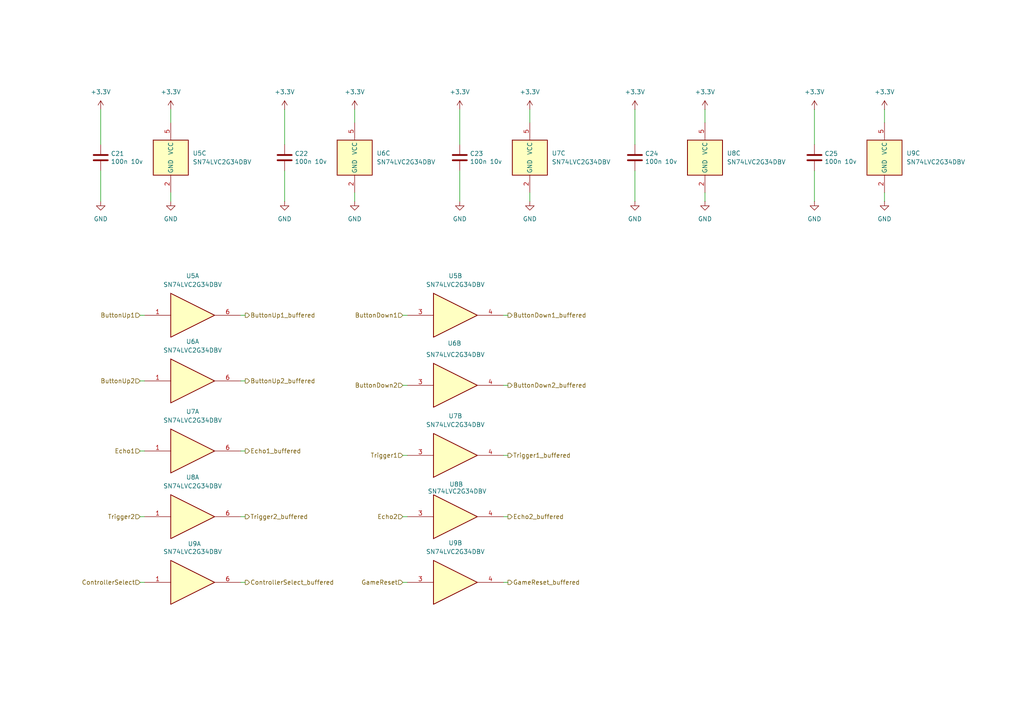
<source format=kicad_sch>
(kicad_sch (version 20231120) (generator "eeschema") (generator_version "8.0")
  (paper "A4")
  (title_block (title "Signal buffers") (date "2024-04-03") (rev "1.0") (company "Fontys") (comment 1 "Pong project") (comment 2 "Tommy de Wever") (comment 3 "Jochem Bosman"))
  (lib_symbols
    (symbol "74xGxx:74LVC2G34"
      (property "Reference" "U" (at 0 7.62 0))
      (property "Value" "74LVC2G34" (at 2.54 -7.62 0))
      (symbol "74LVC2G34_1_1"
        (polyline (pts (xy -7.62 6.35) (xy -7.62 -6.35) (xy 5.08 0) (xy -7.62 6.35)) (stroke (width 0.254)) (fill (type background)))
        (pin input line (at -15.24 0 0) (length 7.62) (name "~") (number "1"))
        (pin output line (at 12.7 0 180) (length 7.62) (name "~") (number "6"))
      )
      (symbol "74LVC2G34_2_1"
        (polyline (pts (xy -7.62 6.35) (xy -7.62 -6.35) (xy 5.08 0) (xy -7.62 6.35)) (stroke (width 0.254)) (fill (type background)))
        (pin input line (at -15.24 0 0) (length 7.62) (name "~") (number "3"))
        (pin output line (at 12.7 0 180) (length 7.62) (name "~") (number "4"))
      )
      (symbol "74LVC2G34_3_0"
        (rectangle (start -5.08 -5.08) (end 5.08 5.08) (stroke (width 0.254)) (fill (type background)))
      )
      (symbol "74LVC2G34_3_1"
        (pin power_in line (at 0 -10.16 90) (length 5.08) (name "GND") (number "2"))
        (pin power_in line (at 0 10.16 270) (length 5.08) (name "VCC") (number "5"))
      )
    )
    (symbol "Device:C" (pin_numbers hide) (pin_names (offset 0.254))
      (property "Reference" "C" (at 0.635 2.54 0))
      (property "Value" "C" (at 0.635 -2.54 0))
      (symbol "C_0_1"
        (polyline (pts (xy -2.032 -0.762) (xy 2.032 -0.762)) (stroke (width 0.508)))
        (polyline (pts (xy -2.032 0.762) (xy 2.032 0.762)) (stroke (width 0.508)))
      )
      (symbol "C_1_1"
        (pin passive line (at 0 3.81 270) (length 2.794) (name "~") (number "1"))
        (pin passive line (at 0 -3.81 90) (length 2.794) (name "~") (number "2"))
      )
    )
    (symbol "power:+3.3V" (power) (pin_numbers hide) (pin_names (offset 0) hide)
      (property "Value" "+3.3V" (at 0 3.556 0))
      (symbol "+3.3V_0_1"
        (polyline (pts (xy -0.762 1.27) (xy 0 2.54)))
        (polyline (pts (xy 0 0) (xy 0 2.54)))
        (polyline (pts (xy 0 2.54) (xy 0.762 1.27)))
      )
      (symbol "+3.3V_1_1"
        (pin power_in line (at 0 0 90) (length 0) (name "~") (number "1"))
      )
    )
    (symbol "power:GND" (power) (pin_numbers hide) (pin_names (offset 0) hide)
      (property "Value" "GND" (at 0 -3.81 0))
      (symbol "GND_0_1"
        (polyline (pts (xy 0 0) (xy 0 -1.27) (xy 1.27 -1.27) (xy 0 -2.54) (xy -1.27 -1.27) (xy 0 -1.27)))
      )
      (symbol "GND_1_1"
        (pin power_in line (at 0 0 270) (length 0) (name "~") (number "1"))
      )
    )
  )
  (wire (pts (xy 71.12 168.91) (xy 69.85 168.91)))
  (wire (pts (xy 147.32 168.91) (xy 146.05 168.91)))
  (wire (pts (xy 147.32 91.44) (xy 146.05 91.44)))
  (wire (pts (xy 71.12 130.81) (xy 69.85 130.81)))
  (wire (pts (xy 29.21 31.75) (xy 29.21 41.91)))
  (wire (pts (xy 71.12 91.44) (xy 69.85 91.44)))
  (wire (pts (xy 82.55 31.75) (xy 82.55 41.91)))
  (wire (pts (xy 116.84 111.76) (xy 118.11 111.76)))
  (wire (pts (xy 147.32 132.08) (xy 146.05 132.08)))
  (wire (pts (xy 256.54 55.88) (xy 256.54 58.42)))
  (wire (pts (xy 49.53 31.75) (xy 49.53 35.56)))
  (wire (pts (xy 116.84 168.91) (xy 118.11 168.91)))
  (wire (pts (xy 147.32 149.86) (xy 146.05 149.86)))
  (wire (pts (xy 102.87 55.88) (xy 102.87 58.42)))
  (wire (pts (xy 204.47 31.75) (xy 204.47 35.56)))
  (wire (pts (xy 71.12 149.86) (xy 69.85 149.86)))
  (wire (pts (xy 40.64 149.86) (xy 41.91 149.86)))
  (wire (pts (xy 116.84 91.44) (xy 118.11 91.44)))
  (wire (pts (xy 184.15 49.53) (xy 184.15 58.42)))
  (wire (pts (xy 184.15 31.75) (xy 184.15 41.91)))
  (wire (pts (xy 40.64 130.81) (xy 41.91 130.81)))
  (wire (pts (xy 236.22 31.75) (xy 236.22 41.91)))
  (wire (pts (xy 153.67 55.88) (xy 153.67 58.42)))
  (wire (pts (xy 40.64 168.91) (xy 41.91 168.91)))
  (wire (pts (xy 133.35 49.53) (xy 133.35 58.42)))
  (wire (pts (xy 153.67 31.75) (xy 153.67 35.56)))
  (wire (pts (xy 133.35 31.75) (xy 133.35 41.91)))
  (wire (pts (xy 236.22 49.53) (xy 236.22 58.42)))
  (wire (pts (xy 82.55 49.53) (xy 82.55 58.42)))
  (wire (pts (xy 49.53 55.88) (xy 49.53 58.42)))
  (wire (pts (xy 116.84 132.08) (xy 118.11 132.08)))
  (wire (pts (xy 71.12 110.49) (xy 69.85 110.49)))
  (wire (pts (xy 204.47 55.88) (xy 204.47 58.42)))
  (wire (pts (xy 256.54 31.75) (xy 256.54 35.56)))
  (wire (pts (xy 40.64 110.49) (xy 41.91 110.49)))
  (wire (pts (xy 40.64 91.44) (xy 41.91 91.44)))
  (wire (pts (xy 147.32 111.76) (xy 146.05 111.76)))
  (wire (pts (xy 116.84 149.86) (xy 118.11 149.86)))
  (wire (pts (xy 29.21 49.53) (xy 29.21 58.42)))
  (wire (pts (xy 102.87 31.75) (xy 102.87 35.56)))
  (hierarchical_label "Echo1" (shape input) (at 40.64 130.81 180))
  (hierarchical_label "ButtonUp2_buffered" (shape output) (at 71.12 110.49 0))
  (hierarchical_label "ControllerSelect" (shape input) (at 40.64 168.91 180))
  (hierarchical_label "ButtonDown1" (shape input) (at 116.84 91.44 180))
  (hierarchical_label "GameReset" (shape input) (at 116.84 168.91 180))
  (hierarchical_label "Echo1_buffered" (shape output) (at 71.12 130.81 0))
  (hierarchical_label "Trigger2" (shape input) (at 40.64 149.86 180))
  (hierarchical_label "ControllerSelect_buffered" (shape output) (at 71.12 168.91 0))
  (hierarchical_label "ButtonDown2_buffered" (shape output) (at 147.32 111.76 0))
  (hierarchical_label "Echo2_buffered" (shape output) (at 147.32 149.86 0))
  (hierarchical_label "GameReset_buffered" (shape output) (at 147.32 168.91 0))
  (hierarchical_label "Trigger2_buffered" (shape output) (at 71.12 149.86 0))
  (hierarchical_label "ButtonUp1" (shape input) (at 40.64 91.44 180))
  (hierarchical_label "ButtonDown1_buffered" (shape output) (at 147.32 91.44 0))
  (hierarchical_label "Trigger1" (shape input) (at 116.84 132.08 180))
  (hierarchical_label "ButtonUp2" (shape input) (at 40.64 110.49 180))
  (hierarchical_label "ButtonUp1_buffered" (shape output) (at 71.12 91.44 0))
  (hierarchical_label "Echo2" (shape input) (at 116.84 149.86 180))
  (hierarchical_label "Trigger1_buffered" (shape output) (at 147.32 132.08 0))
  (hierarchical_label "ButtonDown2" (shape input) (at 116.84 111.76 180))
  (symbol (lib_id "74xGxx:74LVC2G34") (at 133.35 168.91 0) (unit 2)
    (property "Reference" "U9" (at 132.08 157.48 0))
    (property "Value" "SN74LVC2G34DBV" (at 132.08 160.02 0))
    (property "Footprint" "Package_TO_SOT_SMD:SOT-23-6_Handsoldering" (effects (hide yes)))
    (property "Datasheet" "http://www.ti.com/lit/sg/scyt129e/scyt129e.pdf" (effects (hide yes)))
    (property "Description" "Dual Buffer, Low-Voltage CMOS" (effects (hide yes)))
  )
  (symbol (lib_id "Device:C") (at 184.15 45.72 0) (unit 1)
    (property "Reference" "C24" (at 187.071 44.5516 0) (effects (justify left)))
    (property "Value" "100n 10v" (at 187.071 46.863 0) (effects (justify left)))
    (property "Footprint" "Capacitor_SMD:C_0402_1005Metric_Pad0.74x0.62mm_HandSolder" (effects (hide yes)))
    (property "Description" "Unpolarized capacitor" (effects (hide yes)))
    (property "Mouser" "LMF105B7103MVHF" (effects (hide yes)))
  )
  (symbol (lib_id "power:GND") (at 236.22 58.42 0) (unit 1)
    (property "Reference" "#PWR091" (effects (hide yes)))
    (property "Value" "GND" (at 236.22 63.5 0))
    (property "Description" "Power symbol creates a global label with name \"GND\" , ground" (effects (hide yes)))
  )
  (symbol (lib_id "74xGxx:74LVC2G34") (at 57.15 91.44 0) (unit 1)
    (property "Reference" "U5" (at 55.88 80.01 0))
    (property "Value" "SN74LVC2G34DBV" (at 55.88 82.55 0))
    (property "Footprint" "Package_TO_SOT_SMD:SOT-23-6_Handsoldering" (effects (hide yes)))
    (property "Datasheet" "http://www.ti.com/lit/sg/scyt129e/scyt129e.pdf" (effects (hide yes)))
    (property "Description" "Dual Buffer, Low-Voltage CMOS" (effects (hide yes)))
  )
  (symbol (lib_id "power:+3.3V") (at 133.35 31.75 0) (unit 1)
    (property "Reference" "#PWR077" (effects (hide yes)))
    (property "Value" "+3.3V" (at 133.35 26.67 0))
    (property "Description" "Power symbol creates a global label with name \"+3.3V\"" (effects (hide yes)))
  )
  (symbol (lib_id "Device:C") (at 236.22 45.72 0) (unit 1)
    (property "Reference" "C25" (at 239.141 44.5516 0) (effects (justify left)))
    (property "Value" "100n 10v" (at 239.141 46.863 0) (effects (justify left)))
    (property "Footprint" "Capacitor_SMD:C_0402_1005Metric_Pad0.74x0.62mm_HandSolder" (effects (hide yes)))
    (property "Description" "Unpolarized capacitor" (effects (hide yes)))
    (property "Mouser" "LMF105B7103MVHF" (effects (hide yes)))
  )
  (symbol (lib_id "power:GND") (at 133.35 58.42 0) (unit 1)
    (property "Reference" "#PWR087" (effects (hide yes)))
    (property "Value" "GND" (at 133.35 63.5 0))
    (property "Description" "Power symbol creates a global label with name \"GND\" , ground" (effects (hide yes)))
  )
  (symbol (lib_id "power:+3.3V") (at 153.67 31.75 0) (unit 1)
    (property "Reference" "#PWR078" (effects (hide yes)))
    (property "Value" "+3.3V" (at 153.67 26.67 0))
    (property "Description" "Power symbol creates a global label with name \"+3.3V\"" (effects (hide yes)))
  )
  (symbol (lib_id "power:GND") (at 102.87 58.42 0) (unit 1)
    (property "Reference" "#PWR086" (effects (hide yes)))
    (property "Value" "GND" (at 102.87 63.5 0))
    (property "Description" "Power symbol creates a global label with name \"GND\" , ground" (effects (hide yes)))
  )
  (symbol (lib_id "power:GND") (at 153.67 58.42 0) (unit 1)
    (property "Reference" "#PWR088" (effects (hide yes)))
    (property "Value" "GND" (at 153.67 63.5 0))
    (property "Description" "Power symbol creates a global label with name \"GND\" , ground" (effects (hide yes)))
  )
  (symbol (lib_id "power:+3.3V") (at 236.22 31.75 0) (unit 1)
    (property "Reference" "#PWR081" (effects (hide yes)))
    (property "Value" "+3.3V" (at 236.22 26.67 0))
    (property "Description" "Power symbol creates a global label with name \"+3.3V\"" (effects (hide yes)))
  )
  (symbol (lib_id "power:GND") (at 256.54 58.42 0) (unit 1)
    (property "Reference" "#PWR092" (effects (hide yes)))
    (property "Value" "GND" (at 256.54 63.5 0))
    (property "Description" "Power symbol creates a global label with name \"GND\" , ground" (effects (hide yes)))
  )
  (symbol (lib_id "74xGxx:74LVC2G34") (at 57.15 110.49 0) (unit 1)
    (property "Reference" "U6" (at 55.88 99.06 0))
    (property "Value" "SN74LVC2G34DBV" (at 55.88 101.6 0))
    (property "Footprint" "Package_TO_SOT_SMD:SOT-23-6_Handsoldering" (effects (hide yes)))
    (property "Datasheet" "http://www.ti.com/lit/sg/scyt129e/scyt129e.pdf" (effects (hide yes)))
    (property "Description" "Dual Buffer, Low-Voltage CMOS" (effects (hide yes)))
  )
  (symbol (lib_id "74xGxx:74LVC2G34") (at 133.35 149.86 0) (mirror x) (unit 2)
    (property "Reference" "U8" (at 132.334 140.462 0))
    (property "Value" "SN74LVC2G34DBV" (at 132.588 142.494 0))
    (property "Footprint" "Package_TO_SOT_SMD:SOT-23-6_Handsoldering" (effects (hide yes)))
    (property "Datasheet" "http://www.ti.com/lit/sg/scyt129e/scyt129e.pdf" (effects (hide yes)))
    (property "Description" "Dual Buffer, Low-Voltage CMOS" (effects (hide yes)))
  )
  (symbol (lib_id "Device:C") (at 133.35 45.72 0) (unit 1)
    (property "Reference" "C23" (at 136.271 44.5516 0) (effects (justify left)))
    (property "Value" "100n 10v" (at 136.271 46.863 0) (effects (justify left)))
    (property "Footprint" "Capacitor_SMD:C_0402_1005Metric_Pad0.74x0.62mm_HandSolder" (effects (hide yes)))
    (property "Description" "Unpolarized capacitor" (effects (hide yes)))
    (property "Mouser" "LMF105B7103MVHF" (effects (hide yes)))
  )
  (symbol (lib_id "power:+3.3V") (at 29.21 31.75 0) (unit 1)
    (property "Reference" "#PWR073" (effects (hide yes)))
    (property "Value" "+3.3V" (at 29.21 26.67 0))
    (property "Description" "Power symbol creates a global label with name \"+3.3V\"" (effects (hide yes)))
  )
  (symbol (lib_id "power:GND") (at 82.55 58.42 0) (unit 1)
    (property "Reference" "#PWR085" (effects (hide yes)))
    (property "Value" "GND" (at 82.55 63.5 0))
    (property "Description" "Power symbol creates a global label with name \"GND\" , ground" (effects (hide yes)))
  )
  (symbol (lib_id "Device:C") (at 29.21 45.72 0) (unit 1)
    (property "Reference" "C21" (at 32.131 44.5516 0) (effects (justify left)))
    (property "Value" "100n 10v" (at 32.131 46.863 0) (effects (justify left)))
    (property "Footprint" "Capacitor_SMD:C_0402_1005Metric_Pad0.74x0.62mm_HandSolder" (effects (hide yes)))
    (property "Description" "Unpolarized capacitor" (effects (hide yes)))
    (property "Mouser" "LMF105B7103MVHF" (effects (hide yes)))
  )
  (symbol (lib_id "74xGxx:74LVC2G34") (at 133.35 111.76 0) (unit 2)
    (property "Reference" "U6" (at 131.826 99.568 0))
    (property "Value" "SN74LVC2G34DBV" (at 132.08 102.87 0))
    (property "Footprint" "Package_TO_SOT_SMD:SOT-23-6_Handsoldering" (effects (hide yes)))
    (property "Datasheet" "http://www.ti.com/lit/sg/scyt129e/scyt129e.pdf" (effects (hide yes)))
    (property "Description" "Dual Buffer, Low-Voltage CMOS" (effects (hide yes)))
  )
  (symbol (lib_id "Device:C") (at 82.55 45.72 0) (unit 1)
    (property "Reference" "C22" (at 85.471 44.5516 0) (effects (justify left)))
    (property "Value" "100n 10v" (at 85.471 46.863 0) (effects (justify left)))
    (property "Footprint" "Capacitor_SMD:C_0402_1005Metric_Pad0.74x0.62mm_HandSolder" (effects (hide yes)))
    (property "Description" "Unpolarized capacitor" (effects (hide yes)))
    (property "Mouser" "LMF105B7103MVHF" (effects (hide yes)))
  )
  (symbol (lib_id "power:GND") (at 29.21 58.42 0) (unit 1)
    (property "Reference" "#PWR083" (effects (hide yes)))
    (property "Value" "GND" (at 29.21 63.5 0))
    (property "Description" "Power symbol creates a global label with name \"GND\" , ground" (effects (hide yes)))
  )
  (symbol (lib_id "power:+3.3V") (at 102.87 31.75 0) (unit 1)
    (property "Reference" "#PWR076" (effects (hide yes)))
    (property "Value" "+3.3V" (at 102.87 26.67 0))
    (property "Description" "Power symbol creates a global label with name \"+3.3V\"" (effects (hide yes)))
  )
  (symbol (lib_id "74xGxx:74LVC2G34") (at 57.15 168.91 0) (unit 1)
    (property "Reference" "U9" (at 56.388 157.734 0))
    (property "Value" "SN74LVC2G34DBV" (at 55.88 160.02 0))
    (property "Footprint" "Package_TO_SOT_SMD:SOT-23-6_Handsoldering" (effects (hide yes)))
    (property "Datasheet" "http://www.ti.com/lit/sg/scyt129e/scyt129e.pdf" (effects (hide yes)))
    (property "Description" "Dual Buffer, Low-Voltage CMOS" (effects (hide yes)))
  )
  (symbol (lib_id "74xGxx:74LVC2G34") (at 49.53 45.72 0) (unit 3)
    (property "Reference" "U5" (at 55.88 44.4499 0) (effects (justify left)))
    (property "Value" "SN74LVC2G34DBV" (at 55.88 46.9899 0) (effects (justify left)))
    (property "Footprint" "Package_TO_SOT_SMD:SOT-23-6_Handsoldering" (effects (hide yes)))
    (property "Datasheet" "http://www.ti.com/lit/sg/scyt129e/scyt129e.pdf" (effects (hide yes)))
    (property "Description" "Dual Buffer, Low-Voltage CMOS" (effects (hide yes)))
  )
  (symbol (lib_id "74xGxx:74LVC2G34") (at 133.35 132.08 0) (mirror x) (unit 2)
    (property "Reference" "U7" (at 132.08 120.65 0))
    (property "Value" "SN74LVC2G34DBV" (at 132.08 123.19 0))
    (property "Footprint" "Package_TO_SOT_SMD:SOT-23-6_Handsoldering" (effects (hide yes)))
    (property "Datasheet" "http://www.ti.com/lit/sg/scyt129e/scyt129e.pdf" (effects (hide yes)))
    (property "Description" "Dual Buffer, Low-Voltage CMOS" (effects (hide yes)))
  )
  (symbol (lib_id "power:+3.3V") (at 256.54 31.75 0) (unit 1)
    (property "Reference" "#PWR082" (effects (hide yes)))
    (property "Value" "+3.3V" (at 256.54 26.67 0))
    (property "Description" "Power symbol creates a global label with name \"+3.3V\"" (effects (hide yes)))
  )
  (symbol (lib_id "74xGxx:74LVC2G34") (at 204.47 45.72 0) (unit 3)
    (property "Reference" "U8" (at 210.82 44.4499 0) (effects (justify left)))
    (property "Value" "SN74LVC2G34DBV" (at 210.82 46.9899 0) (effects (justify left)))
    (property "Footprint" "Package_TO_SOT_SMD:SOT-23-6_Handsoldering" (effects (hide yes)))
    (property "Datasheet" "http://www.ti.com/lit/sg/scyt129e/scyt129e.pdf" (effects (hide yes)))
    (property "Description" "Dual Buffer, Low-Voltage CMOS" (effects (hide yes)))
  )
  (symbol (lib_id "74xGxx:74LVC2G34") (at 57.15 149.86 0) (unit 1)
    (property "Reference" "U8" (at 55.88 138.43 0))
    (property "Value" "SN74LVC2G34DBV" (at 55.88 140.97 0))
    (property "Footprint" "Package_TO_SOT_SMD:SOT-23-6_Handsoldering" (effects (hide yes)))
    (property "Datasheet" "http://www.ti.com/lit/sg/scyt129e/scyt129e.pdf" (effects (hide yes)))
    (property "Description" "Dual Buffer, Low-Voltage CMOS" (effects (hide yes)))
  )
  (symbol (lib_id "power:+3.3V") (at 204.47 31.75 0) (unit 1)
    (property "Reference" "#PWR080" (effects (hide yes)))
    (property "Value" "+3.3V" (at 204.47 26.67 0))
    (property "Description" "Power symbol creates a global label with name \"+3.3V\"" (effects (hide yes)))
  )
  (symbol (lib_id "power:+3.3V") (at 82.55 31.75 0) (unit 1)
    (property "Reference" "#PWR075" (effects (hide yes)))
    (property "Value" "+3.3V" (at 82.55 26.67 0))
    (property "Description" "Power symbol creates a global label with name \"+3.3V\"" (effects (hide yes)))
  )
  (symbol (lib_id "74xGxx:74LVC2G34") (at 153.67 45.72 0) (unit 3)
    (property "Reference" "U7" (at 160.02 44.4499 0) (effects (justify left)))
    (property "Value" "SN74LVC2G34DBV" (at 160.02 46.9899 0) (effects (justify left)))
    (property "Footprint" "Package_TO_SOT_SMD:SOT-23-6_Handsoldering" (effects (hide yes)))
    (property "Datasheet" "http://www.ti.com/lit/sg/scyt129e/scyt129e.pdf" (effects (hide yes)))
    (property "Description" "Dual Buffer, Low-Voltage CMOS" (effects (hide yes)))
  )
  (symbol (lib_id "power:GND") (at 49.53 58.42 0) (unit 1)
    (property "Reference" "#PWR084" (effects (hide yes)))
    (property "Value" "GND" (at 49.53 63.5 0))
    (property "Description" "Power symbol creates a global label with name \"GND\" , ground" (effects (hide yes)))
  )
  (symbol (lib_id "power:GND") (at 184.15 58.42 0) (unit 1)
    (property "Reference" "#PWR089" (effects (hide yes)))
    (property "Value" "GND" (at 184.15 63.5 0))
    (property "Description" "Power symbol creates a global label with name \"GND\" , ground" (effects (hide yes)))
  )
  (symbol (lib_id "74xGxx:74LVC2G34") (at 57.15 130.81 0) (unit 1)
    (property "Reference" "U7" (at 55.88 119.38 0))
    (property "Value" "SN74LVC2G34DBV" (at 55.88 121.92 0))
    (property "Footprint" "Package_TO_SOT_SMD:SOT-23-6_Handsoldering" (effects (hide yes)))
    (property "Datasheet" "http://www.ti.com/lit/sg/scyt129e/scyt129e.pdf" (effects (hide yes)))
    (property "Description" "Dual Buffer, Low-Voltage CMOS" (effects (hide yes)))
  )
  (symbol (lib_id "74xGxx:74LVC2G34") (at 133.35 91.44 0) (unit 2)
    (property "Reference" "U5" (at 132.08 80.01 0))
    (property "Value" "SN74LVC2G34DBV" (at 132.08 82.55 0))
    (property "Footprint" "Package_TO_SOT_SMD:SOT-23-6_Handsoldering" (effects (hide yes)))
    (property "Datasheet" "http://www.ti.com/lit/sg/scyt129e/scyt129e.pdf" (effects (hide yes)))
    (property "Description" "Dual Buffer, Low-Voltage CMOS" (effects (hide yes)))
  )
  (symbol (lib_id "74xGxx:74LVC2G34") (at 102.87 45.72 0) (unit 3)
    (property "Reference" "U6" (at 109.22 44.4499 0) (effects (justify left)))
    (property "Value" "SN74LVC2G34DBV" (at 109.22 46.9899 0) (effects (justify left)))
    (property "Footprint" "Package_TO_SOT_SMD:SOT-23-6_Handsoldering" (effects (hide yes)))
    (property "Datasheet" "http://www.ti.com/lit/sg/scyt129e/scyt129e.pdf" (effects (hide yes)))
    (property "Description" "Dual Buffer, Low-Voltage CMOS" (effects (hide yes)))
  )
  (symbol (lib_id "power:+3.3V") (at 49.53 31.75 0) (unit 1)
    (property "Reference" "#PWR074" (effects (hide yes)))
    (property "Value" "+3.3V" (at 49.53 26.67 0))
    (property "Description" "Power symbol creates a global label with name \"+3.3V\"" (effects (hide yes)))
  )
  (symbol (lib_id "74xGxx:74LVC2G34") (at 256.54 45.72 0) (unit 3)
    (property "Reference" "U9" (at 262.89 44.4499 0) (effects (justify left)))
    (property "Value" "SN74LVC2G34DBV" (at 262.89 46.9899 0) (effects (justify left)))
    (property "Footprint" "Package_TO_SOT_SMD:SOT-23-6_Handsoldering" (effects (hide yes)))
    (property "Datasheet" "http://www.ti.com/lit/sg/scyt129e/scyt129e.pdf" (effects (hide yes)))
    (property "Description" "Dual Buffer, Low-Voltage CMOS" (effects (hide yes)))
  )
  (symbol (lib_id "power:GND") (at 204.47 58.42 0) (unit 1)
    (property "Reference" "#PWR090" (effects (hide yes)))
    (property "Value" "GND" (at 204.47 63.5 0))
    (property "Description" "Power symbol creates a global label with name \"GND\" , ground" (effects (hide yes)))
  )
  (symbol (lib_id "power:+3.3V") (at 184.15 31.75 0) (unit 1)
    (property "Reference" "#PWR079" (effects (hide yes)))
    (property "Value" "+3.3V" (at 184.15 26.67 0))
    (property "Description" "Power symbol creates a global label with name \"+3.3V\"" (effects (hide yes)))
  )
)
</source>
